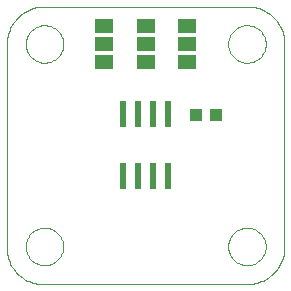
<source format=gbp>
G75*
G70*
%OFA0B0*%
%FSLAX24Y24*%
%IPPOS*%
%LPD*%
%AMOC8*
5,1,8,0,0,1.08239X$1,22.5*
%
%ADD10C,0.0000*%
%ADD11R,0.0240X0.0870*%
%ADD12R,0.0433X0.0394*%
%ADD13R,0.0630X0.0460*%
D10*
X000536Y001785D02*
X000534Y001719D01*
X000536Y001653D01*
X000542Y001587D01*
X000551Y001521D01*
X000564Y001456D01*
X000581Y001391D01*
X000601Y001328D01*
X000625Y001266D01*
X000652Y001206D01*
X000683Y001147D01*
X000717Y001089D01*
X000754Y001034D01*
X000794Y000981D01*
X000837Y000931D01*
X000882Y000882D01*
X000931Y000837D01*
X000981Y000794D01*
X001034Y000754D01*
X001089Y000717D01*
X001147Y000683D01*
X001206Y000652D01*
X001266Y000625D01*
X001328Y000601D01*
X001391Y000581D01*
X001456Y000564D01*
X001521Y000551D01*
X001587Y000542D01*
X001653Y000536D01*
X001719Y000534D01*
X001785Y000536D01*
X001785Y000535D02*
X008535Y000535D01*
X008603Y000537D01*
X008670Y000542D01*
X008737Y000551D01*
X008804Y000564D01*
X008869Y000581D01*
X008934Y000600D01*
X008998Y000624D01*
X009060Y000651D01*
X009121Y000681D01*
X009179Y000714D01*
X009236Y000750D01*
X009291Y000790D01*
X009344Y000832D01*
X009395Y000878D01*
X009442Y000925D01*
X009488Y000976D01*
X009530Y001029D01*
X009570Y001084D01*
X009606Y001141D01*
X009639Y001199D01*
X009669Y001260D01*
X009696Y001322D01*
X009720Y001386D01*
X009739Y001451D01*
X009756Y001516D01*
X009769Y001583D01*
X009778Y001650D01*
X009783Y001717D01*
X009785Y001785D01*
X009785Y008535D01*
X009783Y008603D01*
X009778Y008670D01*
X009769Y008737D01*
X009756Y008804D01*
X009739Y008869D01*
X009720Y008934D01*
X009696Y008998D01*
X009669Y009060D01*
X009639Y009121D01*
X009606Y009179D01*
X009570Y009236D01*
X009530Y009291D01*
X009488Y009344D01*
X009442Y009395D01*
X009395Y009442D01*
X009344Y009488D01*
X009291Y009530D01*
X009236Y009570D01*
X009179Y009606D01*
X009121Y009639D01*
X009060Y009669D01*
X008998Y009696D01*
X008934Y009720D01*
X008869Y009739D01*
X008804Y009756D01*
X008737Y009769D01*
X008670Y009778D01*
X008603Y009783D01*
X008535Y009785D01*
X001785Y009785D01*
X001160Y008535D02*
X001162Y008585D01*
X001168Y008634D01*
X001178Y008683D01*
X001191Y008730D01*
X001209Y008777D01*
X001230Y008822D01*
X001254Y008865D01*
X001282Y008906D01*
X001313Y008945D01*
X001347Y008981D01*
X001384Y009015D01*
X001424Y009045D01*
X001465Y009072D01*
X001509Y009096D01*
X001554Y009116D01*
X001601Y009132D01*
X001649Y009145D01*
X001698Y009154D01*
X001748Y009159D01*
X001797Y009160D01*
X001847Y009157D01*
X001896Y009150D01*
X001945Y009139D01*
X001992Y009125D01*
X002038Y009106D01*
X002083Y009084D01*
X002126Y009059D01*
X002166Y009030D01*
X002204Y008998D01*
X002240Y008964D01*
X002273Y008926D01*
X002302Y008886D01*
X002328Y008844D01*
X002351Y008800D01*
X002370Y008754D01*
X002386Y008707D01*
X002398Y008658D01*
X002406Y008609D01*
X002410Y008560D01*
X002410Y008510D01*
X002406Y008461D01*
X002398Y008412D01*
X002386Y008363D01*
X002370Y008316D01*
X002351Y008270D01*
X002328Y008226D01*
X002302Y008184D01*
X002273Y008144D01*
X002240Y008106D01*
X002204Y008072D01*
X002166Y008040D01*
X002126Y008011D01*
X002083Y007986D01*
X002038Y007964D01*
X001992Y007945D01*
X001945Y007931D01*
X001896Y007920D01*
X001847Y007913D01*
X001797Y007910D01*
X001748Y007911D01*
X001698Y007916D01*
X001649Y007925D01*
X001601Y007938D01*
X001554Y007954D01*
X001509Y007974D01*
X001465Y007998D01*
X001424Y008025D01*
X001384Y008055D01*
X001347Y008089D01*
X001313Y008125D01*
X001282Y008164D01*
X001254Y008205D01*
X001230Y008248D01*
X001209Y008293D01*
X001191Y008340D01*
X001178Y008387D01*
X001168Y008436D01*
X001162Y008485D01*
X001160Y008535D01*
X000535Y008535D02*
X000535Y001785D01*
X001160Y001785D02*
X001162Y001835D01*
X001168Y001884D01*
X001178Y001933D01*
X001191Y001980D01*
X001209Y002027D01*
X001230Y002072D01*
X001254Y002115D01*
X001282Y002156D01*
X001313Y002195D01*
X001347Y002231D01*
X001384Y002265D01*
X001424Y002295D01*
X001465Y002322D01*
X001509Y002346D01*
X001554Y002366D01*
X001601Y002382D01*
X001649Y002395D01*
X001698Y002404D01*
X001748Y002409D01*
X001797Y002410D01*
X001847Y002407D01*
X001896Y002400D01*
X001945Y002389D01*
X001992Y002375D01*
X002038Y002356D01*
X002083Y002334D01*
X002126Y002309D01*
X002166Y002280D01*
X002204Y002248D01*
X002240Y002214D01*
X002273Y002176D01*
X002302Y002136D01*
X002328Y002094D01*
X002351Y002050D01*
X002370Y002004D01*
X002386Y001957D01*
X002398Y001908D01*
X002406Y001859D01*
X002410Y001810D01*
X002410Y001760D01*
X002406Y001711D01*
X002398Y001662D01*
X002386Y001613D01*
X002370Y001566D01*
X002351Y001520D01*
X002328Y001476D01*
X002302Y001434D01*
X002273Y001394D01*
X002240Y001356D01*
X002204Y001322D01*
X002166Y001290D01*
X002126Y001261D01*
X002083Y001236D01*
X002038Y001214D01*
X001992Y001195D01*
X001945Y001181D01*
X001896Y001170D01*
X001847Y001163D01*
X001797Y001160D01*
X001748Y001161D01*
X001698Y001166D01*
X001649Y001175D01*
X001601Y001188D01*
X001554Y001204D01*
X001509Y001224D01*
X001465Y001248D01*
X001424Y001275D01*
X001384Y001305D01*
X001347Y001339D01*
X001313Y001375D01*
X001282Y001414D01*
X001254Y001455D01*
X001230Y001498D01*
X001209Y001543D01*
X001191Y001590D01*
X001178Y001637D01*
X001168Y001686D01*
X001162Y001735D01*
X001160Y001785D01*
X000535Y008535D02*
X000537Y008603D01*
X000542Y008670D01*
X000551Y008737D01*
X000564Y008804D01*
X000581Y008869D01*
X000600Y008934D01*
X000624Y008998D01*
X000651Y009060D01*
X000681Y009121D01*
X000714Y009179D01*
X000750Y009236D01*
X000790Y009291D01*
X000832Y009344D01*
X000878Y009395D01*
X000925Y009442D01*
X000976Y009488D01*
X001029Y009530D01*
X001084Y009570D01*
X001141Y009606D01*
X001199Y009639D01*
X001260Y009669D01*
X001322Y009696D01*
X001386Y009720D01*
X001451Y009739D01*
X001516Y009756D01*
X001583Y009769D01*
X001650Y009778D01*
X001717Y009783D01*
X001785Y009785D01*
X007910Y008535D02*
X007912Y008585D01*
X007918Y008634D01*
X007928Y008683D01*
X007941Y008730D01*
X007959Y008777D01*
X007980Y008822D01*
X008004Y008865D01*
X008032Y008906D01*
X008063Y008945D01*
X008097Y008981D01*
X008134Y009015D01*
X008174Y009045D01*
X008215Y009072D01*
X008259Y009096D01*
X008304Y009116D01*
X008351Y009132D01*
X008399Y009145D01*
X008448Y009154D01*
X008498Y009159D01*
X008547Y009160D01*
X008597Y009157D01*
X008646Y009150D01*
X008695Y009139D01*
X008742Y009125D01*
X008788Y009106D01*
X008833Y009084D01*
X008876Y009059D01*
X008916Y009030D01*
X008954Y008998D01*
X008990Y008964D01*
X009023Y008926D01*
X009052Y008886D01*
X009078Y008844D01*
X009101Y008800D01*
X009120Y008754D01*
X009136Y008707D01*
X009148Y008658D01*
X009156Y008609D01*
X009160Y008560D01*
X009160Y008510D01*
X009156Y008461D01*
X009148Y008412D01*
X009136Y008363D01*
X009120Y008316D01*
X009101Y008270D01*
X009078Y008226D01*
X009052Y008184D01*
X009023Y008144D01*
X008990Y008106D01*
X008954Y008072D01*
X008916Y008040D01*
X008876Y008011D01*
X008833Y007986D01*
X008788Y007964D01*
X008742Y007945D01*
X008695Y007931D01*
X008646Y007920D01*
X008597Y007913D01*
X008547Y007910D01*
X008498Y007911D01*
X008448Y007916D01*
X008399Y007925D01*
X008351Y007938D01*
X008304Y007954D01*
X008259Y007974D01*
X008215Y007998D01*
X008174Y008025D01*
X008134Y008055D01*
X008097Y008089D01*
X008063Y008125D01*
X008032Y008164D01*
X008004Y008205D01*
X007980Y008248D01*
X007959Y008293D01*
X007941Y008340D01*
X007928Y008387D01*
X007918Y008436D01*
X007912Y008485D01*
X007910Y008535D01*
X007910Y001785D02*
X007912Y001835D01*
X007918Y001884D01*
X007928Y001933D01*
X007941Y001980D01*
X007959Y002027D01*
X007980Y002072D01*
X008004Y002115D01*
X008032Y002156D01*
X008063Y002195D01*
X008097Y002231D01*
X008134Y002265D01*
X008174Y002295D01*
X008215Y002322D01*
X008259Y002346D01*
X008304Y002366D01*
X008351Y002382D01*
X008399Y002395D01*
X008448Y002404D01*
X008498Y002409D01*
X008547Y002410D01*
X008597Y002407D01*
X008646Y002400D01*
X008695Y002389D01*
X008742Y002375D01*
X008788Y002356D01*
X008833Y002334D01*
X008876Y002309D01*
X008916Y002280D01*
X008954Y002248D01*
X008990Y002214D01*
X009023Y002176D01*
X009052Y002136D01*
X009078Y002094D01*
X009101Y002050D01*
X009120Y002004D01*
X009136Y001957D01*
X009148Y001908D01*
X009156Y001859D01*
X009160Y001810D01*
X009160Y001760D01*
X009156Y001711D01*
X009148Y001662D01*
X009136Y001613D01*
X009120Y001566D01*
X009101Y001520D01*
X009078Y001476D01*
X009052Y001434D01*
X009023Y001394D01*
X008990Y001356D01*
X008954Y001322D01*
X008916Y001290D01*
X008876Y001261D01*
X008833Y001236D01*
X008788Y001214D01*
X008742Y001195D01*
X008695Y001181D01*
X008646Y001170D01*
X008597Y001163D01*
X008547Y001160D01*
X008498Y001161D01*
X008448Y001166D01*
X008399Y001175D01*
X008351Y001188D01*
X008304Y001204D01*
X008259Y001224D01*
X008215Y001248D01*
X008174Y001275D01*
X008134Y001305D01*
X008097Y001339D01*
X008063Y001375D01*
X008032Y001414D01*
X008004Y001455D01*
X007980Y001498D01*
X007959Y001543D01*
X007941Y001590D01*
X007928Y001637D01*
X007918Y001686D01*
X007912Y001735D01*
X007910Y001785D01*
D11*
X005910Y004130D03*
X005410Y004130D03*
X004910Y004130D03*
X004410Y004130D03*
X004410Y006190D03*
X004910Y006190D03*
X005410Y006190D03*
X005910Y006190D03*
D12*
X006825Y006160D03*
X007495Y006160D03*
D13*
X006535Y007935D03*
X006535Y008535D03*
X006535Y009135D03*
X005160Y009135D03*
X005160Y008535D03*
X005160Y007935D03*
X003785Y007935D03*
X003785Y008535D03*
X003785Y009135D03*
M02*

</source>
